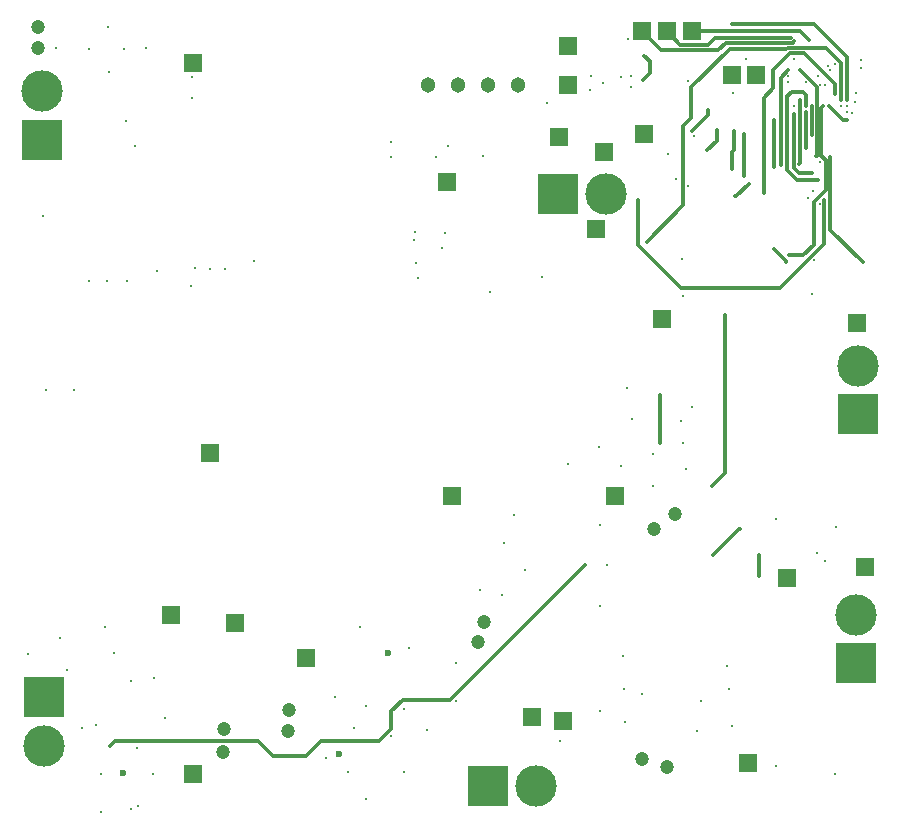
<source format=gbr>
%TF.GenerationSoftware,Altium Limited,Altium Designer,19.1.7 (138)*%
G04 Layer_Physical_Order=4*
G04 Layer_Color=16440176*
%FSLAX45Y45*%
%MOMM*%
%TF.FileFunction,Copper,L4,Inr,Signal*%
%TF.Part,Single*%
G01*
G75*
%TA.AperFunction,Conductor*%
%ADD12C,0.30000*%
%TA.AperFunction,ComponentPad*%
%ADD78C,1.20000*%
%ADD79R,1.55000X1.55000*%
%ADD80R,1.55000X1.55000*%
%ADD81R,3.50000X3.50000*%
%ADD82C,3.50000*%
%ADD83C,1.30300*%
%ADD84R,3.50000X3.50000*%
%TA.AperFunction,ViaPad*%
%ADD85C,0.30000*%
%ADD86C,0.60000*%
%ADD87C,0.26000*%
D12*
X6002500Y8750000D02*
X6482500D01*
X5676398Y8423898D02*
X6002500Y8750000D01*
X5676398Y8166398D02*
Y8423898D01*
X6482500Y8750000D02*
X6492500Y8760000D01*
X5422500Y8737500D02*
X5903861D01*
X5966361Y8800000D01*
X5880000Y8845000D02*
X6517500D01*
X5585000Y8785000D02*
X5820000D01*
X5880000Y8845000D01*
X5610000Y8100000D02*
X5676398Y8166398D01*
X6370000Y8572500D02*
X6515000Y8717500D01*
X6292500Y7530000D02*
Y8337500D01*
X6370000Y8415000D02*
Y8572500D01*
X6292500Y8337500D02*
X6370000Y8415000D01*
X6247500Y4457500D02*
X6250000Y4460000D01*
X6247500Y4285000D02*
Y4457500D01*
X6536638Y8800000D02*
X6550000Y8813362D01*
X5966361Y8800000D02*
X6536638D01*
X6817500Y8760000D02*
X6945000Y8632500D01*
X6492500Y8760000D02*
X6817500D01*
X6945000Y8317500D02*
Y8632500D01*
X6715000Y7455000D02*
X6815000Y7555000D01*
X6715000Y7090000D02*
Y7455000D01*
X6625000Y7000000D02*
X6715000Y7090000D01*
X6045295Y7500366D02*
X6057866D01*
X6627500Y8717500D02*
X6895000Y8450000D01*
X3232500Y3235000D02*
X3392500D01*
X3137500Y3140000D02*
X3232500Y3235000D01*
X3137500Y3117500D02*
Y3140000D01*
X2540000Y2890000D02*
X3032500D01*
X800000D02*
X2007500D01*
X2412500Y2762500D02*
X2540000Y2890000D01*
X2135000Y2762500D02*
X2412500D01*
X2007500Y2890000D02*
X2135000Y2762500D01*
X3032500Y2890000D02*
X3137500Y2995000D01*
X757500Y2847500D02*
X800000Y2890000D01*
X3137500Y2995000D02*
Y3117500D01*
X6041389Y7893889D02*
Y8056434D01*
X6022500Y7875000D02*
X6041389Y7893889D01*
X6022500Y7732500D02*
Y7875000D01*
X5280000Y8692500D02*
X5330000Y8642500D01*
Y8547500D02*
Y8642500D01*
X5265000Y8482500D02*
X5330000Y8547500D01*
X6815000Y7555000D02*
Y7807500D01*
X6777500Y7845000D02*
X6815000Y7807500D01*
X6777500Y7845000D02*
Y8250000D01*
X6845000Y8267500D02*
X6965000Y8147500D01*
X6595000Y8567500D02*
X6737500Y8425000D01*
X5260000Y8900000D02*
X5422500Y8737500D01*
X5470000Y8900000D02*
X5585000Y8785000D01*
X5225000Y7085000D02*
X5587500Y6722500D01*
X6425000D01*
X5225000Y7085000D02*
Y7472500D01*
X6515000Y8717500D02*
X6627500D01*
X6597500Y8900000D02*
X6670000Y8827500D01*
X5680000Y8900000D02*
X6597500D01*
X6712500Y8960000D02*
X6995000Y8677500D01*
X6020000Y8960000D02*
X6712500D01*
X5610000Y7427500D02*
Y8100000D01*
X5297500Y7115000D02*
X5610000Y7427500D01*
X5685000Y8055000D02*
X5820000Y8190000D01*
X6895000Y8367500D02*
Y8450000D01*
X6995000Y8317500D02*
Y8677500D01*
X3392500Y3235000D02*
X3632500D01*
X4775000Y4377500D01*
X5415000Y5410000D02*
Y5411353D01*
X5412500Y5413853D02*
X5415000Y5411353D01*
X5412500Y5413853D02*
Y5822500D01*
X6505000Y7000000D02*
X6625000D01*
X6777500Y8250000D02*
X6795000Y8267500D01*
X6545000Y7740000D02*
X6585000Y7700000D01*
X6545000Y7740000D02*
Y8200000D01*
X6585000Y7700000D02*
X6702500D01*
X6730938Y7838438D02*
X6737500Y7845000D01*
X6855000Y7215670D02*
Y7835000D01*
Y7215670D02*
X6860335Y7210335D01*
X6860000Y7210000D02*
X6860335Y7210335D01*
X6860000Y7210000D02*
X7127500Y6942500D01*
X6737500Y7845000D02*
Y8425000D01*
X6057866Y7500366D02*
X6162500Y7605000D01*
X6425000Y6722500D02*
X6800000Y7097500D01*
X6965000Y8147500D02*
X6995000D01*
X6527500Y8385000D02*
X6620000D01*
X6490000Y8347500D02*
X6527500Y8385000D01*
X6490000Y7720000D02*
Y8347500D01*
X6620000Y8385000D02*
X6645000Y8360000D01*
Y8267500D02*
Y8360000D01*
X6380000Y7052500D02*
X6476250Y6956250D01*
Y6948750D02*
Y6956250D01*
X6800000Y7097500D02*
Y7472500D01*
X5820000Y8190000D02*
Y8230000D01*
X5890000Y7972500D02*
Y8062500D01*
X5812500Y7895000D02*
X5890000Y7972500D01*
X6647500Y7907500D02*
Y8210000D01*
X5855000Y5050000D02*
X5962500Y5157500D01*
Y6497500D01*
X6377500Y7752500D02*
Y8147500D01*
X6120000Y7675000D02*
Y8025000D01*
X6432500Y8505000D02*
X6495000Y8567500D01*
X6432500Y7762500D02*
Y8505000D01*
X5862500Y4462500D02*
X6082500Y4682500D01*
X6087500D01*
X6490000Y7720000D02*
X6570000Y7640000D01*
X6747500D01*
X6595000Y7782500D02*
Y8317500D01*
X6590000Y7777500D02*
X6595000Y7782500D01*
X6695000Y8022500D02*
Y8267500D01*
X6645000Y8217500D02*
X6647500Y8215000D01*
X6645000Y8212500D02*
X6647500Y8215000D01*
X6645000Y8212500D02*
X6647500Y8210000D01*
D78*
X5535000Y4812500D02*
D03*
X145000Y8932500D02*
D03*
X142500Y8755000D02*
D03*
X5357500Y4685000D02*
D03*
X5262500Y2737500D02*
D03*
X5473245Y2667500D02*
D03*
X3870000Y3727500D02*
D03*
X3920000Y3893245D02*
D03*
X1720000Y2992500D02*
D03*
X2267500Y3152500D02*
D03*
X2265000Y2975000D02*
D03*
X1712500Y2792500D02*
D03*
D79*
X6020000Y8525000D02*
D03*
X2414415Y3590000D02*
D03*
X6157500Y2705000D02*
D03*
X4867500Y7224255D02*
D03*
X7145000Y4360000D02*
D03*
X7077500Y6427500D02*
D03*
X1460000Y8630000D02*
D03*
X1597500Y5325000D02*
D03*
X1270000Y3960000D02*
D03*
X1812500Y3892500D02*
D03*
X4328511Y3092500D02*
D03*
X3654415Y4960585D02*
D03*
X4940000Y7872500D02*
D03*
X5032500Y4962500D02*
D03*
X6487500Y4270000D02*
D03*
D80*
X4631510Y8440000D02*
D03*
Y8772500D02*
D03*
X3610000Y7620000D02*
D03*
X4591915Y3060000D02*
D03*
X5432500Y6460000D02*
D03*
X4552500Y8000000D02*
D03*
X5272500Y8027500D02*
D03*
X5260000Y8900000D02*
D03*
X5470000D02*
D03*
X5680000D02*
D03*
X6225000Y8527500D02*
D03*
X1455000Y2607500D02*
D03*
D81*
X200000Y3260000D02*
D03*
X180000Y7980000D02*
D03*
X7070000Y3550000D02*
D03*
X7087500Y5657500D02*
D03*
D82*
X200000Y2850000D02*
D03*
X180000Y8390000D02*
D03*
X4957500Y7522500D02*
D03*
X4365000Y2510000D02*
D03*
X7070000Y3960000D02*
D03*
X7087500Y6067500D02*
D03*
D83*
X3448425Y8440000D02*
D03*
X3702425D02*
D03*
X3956425D02*
D03*
X4210425D02*
D03*
D84*
X4547500Y7522500D02*
D03*
X3955000Y2510000D02*
D03*
D85*
X3517500Y7830000D02*
D03*
X520025Y3000146D02*
D03*
X452500Y5860000D02*
D03*
X390925Y3490925D02*
D03*
X2816731Y3002012D02*
D03*
X2921250Y3183750D02*
D03*
X2657500Y3262500D02*
D03*
X930000Y2317500D02*
D03*
X680000Y2607120D02*
D03*
X1120000Y2610000D02*
D03*
X2767500Y2622784D02*
D03*
X6805000Y4415000D02*
D03*
X6030000Y8377500D02*
D03*
X6890738Y2612813D02*
D03*
X5650000Y7590000D02*
D03*
X986500Y2830000D02*
D03*
X6045295Y7500366D02*
D03*
X3135000Y7960000D02*
D03*
X3685000Y3547500D02*
D03*
X1217500Y3080000D02*
D03*
X4634138Y5232175D02*
D03*
X6137500Y8662500D02*
D03*
X3915000Y7842500D02*
D03*
X3615000Y7930000D02*
D03*
X299075Y8759648D02*
D03*
X870500Y8747500D02*
D03*
X1975000Y6957500D02*
D03*
X1153952Y6870000D02*
D03*
X3890861Y4167937D02*
D03*
X5995500Y3330000D02*
D03*
X5979138Y3521638D02*
D03*
X4902075Y3143362D02*
D03*
X2873362Y3857925D02*
D03*
X3682500Y3225000D02*
D03*
X3442500Y2980000D02*
D03*
X675000Y2285000D02*
D03*
X639575Y3024575D02*
D03*
X332500Y3762500D02*
D03*
X210000Y5860000D02*
D03*
X970000Y7927500D02*
D03*
X5550564Y7646936D02*
D03*
X6020000Y8960000D02*
D03*
X5140000Y8830000D02*
D03*
X5685000Y8055000D02*
D03*
X5700000Y8010000D02*
D03*
X5083834Y8508204D02*
D03*
X4455000Y8294213D02*
D03*
X3392500Y3235000D02*
D03*
X3137500Y3117500D02*
D03*
X757500Y2847500D02*
D03*
X5680000Y5720000D02*
D03*
X5412500Y5822500D02*
D03*
X6764818Y7791415D02*
D03*
X6730938Y7838438D02*
D03*
X6505000Y7000000D02*
D03*
X6737500Y4480000D02*
D03*
X6900000Y4705000D02*
D03*
X5260000Y3290000D02*
D03*
X60000Y3630000D02*
D03*
X715000Y3857500D02*
D03*
X787500Y3632500D02*
D03*
X4270000Y4337500D02*
D03*
X4892500Y5377500D02*
D03*
X3332500Y7132500D02*
D03*
X3335000Y7195000D02*
D03*
X1477000Y6890500D02*
D03*
X2582500Y2742500D02*
D03*
X1446563Y8330000D02*
D03*
X6162500Y7605000D02*
D03*
X6292500Y7530000D02*
D03*
X5297500Y7115000D02*
D03*
X6855000Y7835000D02*
D03*
X6995000Y8147500D02*
D03*
X7127500Y6942500D02*
D03*
X6476250Y6948750D02*
D03*
X6247500Y4285000D02*
D03*
X6250000Y4460000D02*
D03*
X6380000Y7052500D02*
D03*
X6395000Y2677500D02*
D03*
X6667500Y7489088D02*
D03*
X6800000Y7472500D02*
D03*
X5225000D02*
D03*
X5820000Y8230000D02*
D03*
X5890000Y8062500D02*
D03*
X5265000Y8482500D02*
D03*
X5280000Y8692500D02*
D03*
X6647500Y7907500D02*
D03*
X6041389Y8056434D02*
D03*
X6765000Y7437500D02*
D03*
X6710000Y7542500D02*
D03*
X5610000Y6660000D02*
D03*
X5475000Y7862500D02*
D03*
X6397075Y4772925D02*
D03*
X5855000Y5050000D02*
D03*
X5962500Y6497500D02*
D03*
X4565000Y2892500D02*
D03*
X5597500Y6972500D02*
D03*
X6377500Y8147500D02*
D03*
Y7752500D02*
D03*
X6120000Y8025000D02*
D03*
X6022500Y7732500D02*
D03*
X3247500Y2630000D02*
D03*
X2925000Y2400000D02*
D03*
X6120000Y7675000D02*
D03*
X3290000Y3672500D02*
D03*
X3242500Y3160000D02*
D03*
X3137500Y2927500D02*
D03*
X5812500Y7895000D02*
D03*
X5167500Y8422500D02*
D03*
X5647500Y8473204D02*
D03*
X4410000Y6820000D02*
D03*
X3970000Y6692500D02*
D03*
X4087500Y4567500D02*
D03*
X4902936Y4030000D02*
D03*
X4901287Y4720425D02*
D03*
X4177500Y4802500D02*
D03*
X4070000Y4125000D02*
D03*
X6432500Y7762500D02*
D03*
X6087500Y4682500D02*
D03*
X5862500Y4462500D02*
D03*
X5605000Y5410000D02*
D03*
X4965000Y4377500D02*
D03*
X4775000D02*
D03*
X6747500Y7640000D02*
D03*
X6545000Y8200000D02*
D03*
X6702500Y7700000D02*
D03*
X5107500Y3327500D02*
D03*
X5117075Y3047075D02*
D03*
X5095000Y3612500D02*
D03*
X5755000Y3227500D02*
D03*
X6018925Y3012718D02*
D03*
X5722500Y2972500D02*
D03*
X5415000Y5410000D02*
D03*
X5352500Y5047500D02*
D03*
X5632713Y5189788D02*
D03*
X5172500Y5617500D02*
D03*
X6695000Y8022500D02*
D03*
X6590000Y7777500D02*
D03*
X5587500Y5602500D02*
D03*
X5352500Y5315000D02*
D03*
X5130000Y5880000D02*
D03*
X5077500Y5215000D02*
D03*
X6700000Y6670000D02*
D03*
X6716250Y6962500D02*
D03*
X1125500Y3423000D02*
D03*
X928750Y3393750D02*
D03*
X1442501Y6740000D02*
D03*
X1601112Y6888888D02*
D03*
X1731000Y6889000D02*
D03*
X4817270Y8402270D02*
D03*
X4827500Y8517500D02*
D03*
X4929296Y8463204D02*
D03*
X5164296Y8523204D02*
D03*
X995580Y2335580D02*
D03*
X575000Y6787500D02*
D03*
X732500Y6785000D02*
D03*
X895000Y6782500D02*
D03*
X3135000Y7830000D02*
D03*
X3587500Y7192500D02*
D03*
X3562500Y7067500D02*
D03*
X3342500Y6937500D02*
D03*
X3362500Y6812500D02*
D03*
X1450000Y8512500D02*
D03*
X1057500Y8757500D02*
D03*
X577500Y8747500D02*
D03*
X890001Y8140000D02*
D03*
X742287Y8557075D02*
D03*
X737075Y8937925D02*
D03*
X190000Y7335000D02*
D03*
D86*
X865000Y2622500D02*
D03*
X2692930Y2777500D02*
D03*
X3112500Y3637500D02*
D03*
D87*
X6550000Y8813362D02*
D03*
X6517500Y8845000D02*
D03*
X6837500Y8607500D02*
D03*
X6847834Y8567918D02*
D03*
X6770000Y8442500D02*
D03*
X6807500D02*
D03*
X6545000Y8267500D02*
D03*
X6845000D02*
D03*
X6595000Y8567500D02*
D03*
X6545000Y8667500D02*
D03*
X6670000Y8827500D02*
D03*
X7115000Y8652500D02*
D03*
X6895000Y8617500D02*
D03*
X7072500Y8372500D02*
D03*
X6495000Y8517500D02*
D03*
X6745000D02*
D03*
X7035000Y8210000D02*
D03*
X6895000Y8367500D02*
D03*
X6945000Y8267500D02*
D03*
X6995000D02*
D03*
X6645000Y8467500D02*
D03*
X6495000Y8567500D02*
D03*
X7115000Y8587500D02*
D03*
X6695000Y8267500D02*
D03*
X7065000Y8297500D02*
D03*
X6495000Y8467500D02*
D03*
X6795000Y8267500D02*
D03*
X6595000Y8317500D02*
D03*
X6645000Y8217500D02*
D03*
X6995000D02*
D03*
Y8317500D02*
D03*
X6645000Y8267500D02*
D03*
X6945000Y8317500D02*
D03*
%TF.MD5,2d9f80b0d10126ea93acbe2ff741dac9*%
M02*

</source>
